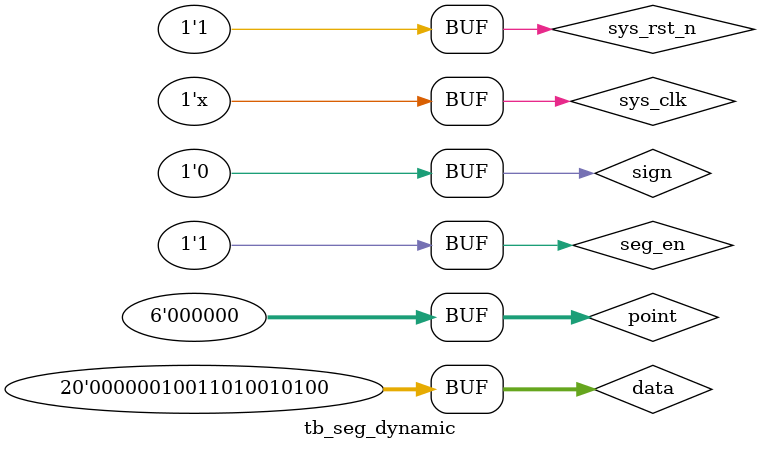
<source format=v>
`timescale 1ns/1ns
module  tb_seg_dynamic();

reg             sys_clk     ;
reg             sys_rst_n   ;
wire    [19:0]   data        ;
wire    [5:0]    point       ;
wire             sign        ;
wire             seg_en      ;
                    
wire    [7:0]   seg         ;
wire    [5:0]   sel         ;


initial begin
    sys_clk = 1'b1;
    sys_rst_n <= 1'b0;

    #20
    sys_rst_n <= 1'b1;

    
end

assign    seg_en = 1'b1;
assign    data = 20'd9876;
assign    point = 6'b000_000;
assign    sign = 1'b0;



always #10 sys_clk = ~sys_clk;

seg_dynamic
#(

    .CNT_1MS(16'd210)

)
seg_dynamic_inst
(
    .sys_clk     (sys_clk  ),
    .sys_rst_n   (sys_rst_n),
    .data        (data     ),
    .point       (point    ),
    .sign        (sign     ),
    .seg_en      (seg_en   ),
   
    .seg         (seg      ),
    .sel         (sel      )
);





endmodule
</source>
